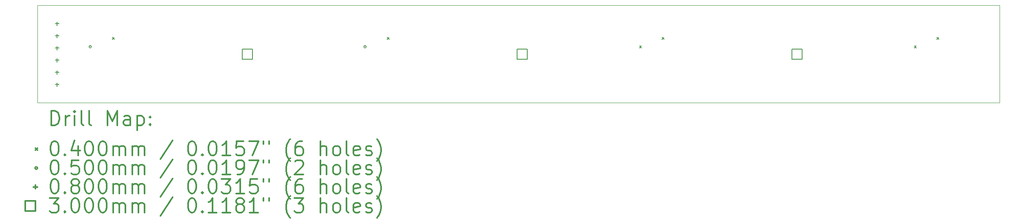
<source format=gbr>
%FSLAX45Y45*%
G04 Gerber Fmt 4.5, Leading zero omitted, Abs format (unit mm)*
G04 Created by KiCad (PCBNEW 5.1.10-88a1d61d58~88~ubuntu18.04.1) date 2021-09-30 10:21:13*
%MOMM*%
%LPD*%
G01*
G04 APERTURE LIST*
%TA.AperFunction,Profile*%
%ADD10C,0.100000*%
%TD*%
%ADD11C,0.200000*%
%ADD12C,0.300000*%
G04 APERTURE END LIST*
D10*
X22616200Y-5257800D02*
X22616200Y-7289800D01*
X2616200Y-5257800D02*
X22616200Y-5257800D01*
X2616200Y-7289800D02*
X2616200Y-5257800D01*
X22616200Y-7289800D02*
X2616200Y-7289800D01*
D11*
X4171000Y-5923600D02*
X4211000Y-5963600D01*
X4211000Y-5923600D02*
X4171000Y-5963600D01*
X9886000Y-5923600D02*
X9926000Y-5963600D01*
X9926000Y-5923600D02*
X9886000Y-5963600D01*
X15131100Y-6101400D02*
X15171100Y-6141400D01*
X15171100Y-6101400D02*
X15131100Y-6141400D01*
X15601000Y-5923600D02*
X15641000Y-5963600D01*
X15641000Y-5923600D02*
X15601000Y-5963600D01*
X20846100Y-6101400D02*
X20886100Y-6141400D01*
X20886100Y-6101400D02*
X20846100Y-6141400D01*
X21316000Y-5923600D02*
X21356000Y-5963600D01*
X21356000Y-5923600D02*
X21316000Y-5963600D01*
X3733400Y-6121400D02*
G75*
G03*
X3733400Y-6121400I-25000J0D01*
G01*
X9448400Y-6121400D02*
G75*
G03*
X9448400Y-6121400I-25000J0D01*
G01*
X3022600Y-5598800D02*
X3022600Y-5678800D01*
X2982600Y-5638800D02*
X3062600Y-5638800D01*
X3022600Y-5852800D02*
X3022600Y-5932800D01*
X2982600Y-5892800D02*
X3062600Y-5892800D01*
X3022600Y-6106800D02*
X3022600Y-6186800D01*
X2982600Y-6146800D02*
X3062600Y-6146800D01*
X3022600Y-6360800D02*
X3022600Y-6440800D01*
X2982600Y-6400800D02*
X3062600Y-6400800D01*
X3022600Y-6614800D02*
X3022600Y-6694800D01*
X2982600Y-6654800D02*
X3062600Y-6654800D01*
X3022600Y-6868800D02*
X3022600Y-6948800D01*
X2982600Y-6908800D02*
X3062600Y-6908800D01*
X7079367Y-6379867D02*
X7079367Y-6167733D01*
X6867233Y-6167733D01*
X6867233Y-6379867D01*
X7079367Y-6379867D01*
X12796367Y-6379867D02*
X12796367Y-6167733D01*
X12584233Y-6167733D01*
X12584233Y-6379867D01*
X12796367Y-6379867D01*
X18513367Y-6379867D02*
X18513367Y-6167733D01*
X18301233Y-6167733D01*
X18301233Y-6379867D01*
X18513367Y-6379867D01*
D12*
X2897628Y-7760514D02*
X2897628Y-7460514D01*
X2969057Y-7460514D01*
X3011914Y-7474800D01*
X3040486Y-7503371D01*
X3054771Y-7531943D01*
X3069057Y-7589086D01*
X3069057Y-7631943D01*
X3054771Y-7689086D01*
X3040486Y-7717657D01*
X3011914Y-7746229D01*
X2969057Y-7760514D01*
X2897628Y-7760514D01*
X3197628Y-7760514D02*
X3197628Y-7560514D01*
X3197628Y-7617657D02*
X3211914Y-7589086D01*
X3226200Y-7574800D01*
X3254771Y-7560514D01*
X3283343Y-7560514D01*
X3383343Y-7760514D02*
X3383343Y-7560514D01*
X3383343Y-7460514D02*
X3369057Y-7474800D01*
X3383343Y-7489086D01*
X3397628Y-7474800D01*
X3383343Y-7460514D01*
X3383343Y-7489086D01*
X3569057Y-7760514D02*
X3540486Y-7746229D01*
X3526200Y-7717657D01*
X3526200Y-7460514D01*
X3726200Y-7760514D02*
X3697628Y-7746229D01*
X3683343Y-7717657D01*
X3683343Y-7460514D01*
X4069057Y-7760514D02*
X4069057Y-7460514D01*
X4169057Y-7674800D01*
X4269057Y-7460514D01*
X4269057Y-7760514D01*
X4540486Y-7760514D02*
X4540486Y-7603371D01*
X4526200Y-7574800D01*
X4497628Y-7560514D01*
X4440486Y-7560514D01*
X4411914Y-7574800D01*
X4540486Y-7746229D02*
X4511914Y-7760514D01*
X4440486Y-7760514D01*
X4411914Y-7746229D01*
X4397628Y-7717657D01*
X4397628Y-7689086D01*
X4411914Y-7660514D01*
X4440486Y-7646229D01*
X4511914Y-7646229D01*
X4540486Y-7631943D01*
X4683343Y-7560514D02*
X4683343Y-7860514D01*
X4683343Y-7574800D02*
X4711914Y-7560514D01*
X4769057Y-7560514D01*
X4797628Y-7574800D01*
X4811914Y-7589086D01*
X4826200Y-7617657D01*
X4826200Y-7703371D01*
X4811914Y-7731943D01*
X4797628Y-7746229D01*
X4769057Y-7760514D01*
X4711914Y-7760514D01*
X4683343Y-7746229D01*
X4954771Y-7731943D02*
X4969057Y-7746229D01*
X4954771Y-7760514D01*
X4940486Y-7746229D01*
X4954771Y-7731943D01*
X4954771Y-7760514D01*
X4954771Y-7574800D02*
X4969057Y-7589086D01*
X4954771Y-7603371D01*
X4940486Y-7589086D01*
X4954771Y-7574800D01*
X4954771Y-7603371D01*
X2571200Y-8234800D02*
X2611200Y-8274800D01*
X2611200Y-8234800D02*
X2571200Y-8274800D01*
X2954771Y-8090514D02*
X2983343Y-8090514D01*
X3011914Y-8104800D01*
X3026200Y-8119086D01*
X3040486Y-8147657D01*
X3054771Y-8204800D01*
X3054771Y-8276229D01*
X3040486Y-8333371D01*
X3026200Y-8361943D01*
X3011914Y-8376229D01*
X2983343Y-8390514D01*
X2954771Y-8390514D01*
X2926200Y-8376229D01*
X2911914Y-8361943D01*
X2897628Y-8333371D01*
X2883343Y-8276229D01*
X2883343Y-8204800D01*
X2897628Y-8147657D01*
X2911914Y-8119086D01*
X2926200Y-8104800D01*
X2954771Y-8090514D01*
X3183343Y-8361943D02*
X3197628Y-8376229D01*
X3183343Y-8390514D01*
X3169057Y-8376229D01*
X3183343Y-8361943D01*
X3183343Y-8390514D01*
X3454771Y-8190514D02*
X3454771Y-8390514D01*
X3383343Y-8076229D02*
X3311914Y-8290514D01*
X3497628Y-8290514D01*
X3669057Y-8090514D02*
X3697628Y-8090514D01*
X3726200Y-8104800D01*
X3740486Y-8119086D01*
X3754771Y-8147657D01*
X3769057Y-8204800D01*
X3769057Y-8276229D01*
X3754771Y-8333371D01*
X3740486Y-8361943D01*
X3726200Y-8376229D01*
X3697628Y-8390514D01*
X3669057Y-8390514D01*
X3640486Y-8376229D01*
X3626200Y-8361943D01*
X3611914Y-8333371D01*
X3597628Y-8276229D01*
X3597628Y-8204800D01*
X3611914Y-8147657D01*
X3626200Y-8119086D01*
X3640486Y-8104800D01*
X3669057Y-8090514D01*
X3954771Y-8090514D02*
X3983343Y-8090514D01*
X4011914Y-8104800D01*
X4026200Y-8119086D01*
X4040486Y-8147657D01*
X4054771Y-8204800D01*
X4054771Y-8276229D01*
X4040486Y-8333371D01*
X4026200Y-8361943D01*
X4011914Y-8376229D01*
X3983343Y-8390514D01*
X3954771Y-8390514D01*
X3926200Y-8376229D01*
X3911914Y-8361943D01*
X3897628Y-8333371D01*
X3883343Y-8276229D01*
X3883343Y-8204800D01*
X3897628Y-8147657D01*
X3911914Y-8119086D01*
X3926200Y-8104800D01*
X3954771Y-8090514D01*
X4183343Y-8390514D02*
X4183343Y-8190514D01*
X4183343Y-8219086D02*
X4197628Y-8204800D01*
X4226200Y-8190514D01*
X4269057Y-8190514D01*
X4297628Y-8204800D01*
X4311914Y-8233371D01*
X4311914Y-8390514D01*
X4311914Y-8233371D02*
X4326200Y-8204800D01*
X4354771Y-8190514D01*
X4397628Y-8190514D01*
X4426200Y-8204800D01*
X4440486Y-8233371D01*
X4440486Y-8390514D01*
X4583343Y-8390514D02*
X4583343Y-8190514D01*
X4583343Y-8219086D02*
X4597628Y-8204800D01*
X4626200Y-8190514D01*
X4669057Y-8190514D01*
X4697628Y-8204800D01*
X4711914Y-8233371D01*
X4711914Y-8390514D01*
X4711914Y-8233371D02*
X4726200Y-8204800D01*
X4754771Y-8190514D01*
X4797628Y-8190514D01*
X4826200Y-8204800D01*
X4840486Y-8233371D01*
X4840486Y-8390514D01*
X5426200Y-8076229D02*
X5169057Y-8461943D01*
X5811914Y-8090514D02*
X5840486Y-8090514D01*
X5869057Y-8104800D01*
X5883343Y-8119086D01*
X5897628Y-8147657D01*
X5911914Y-8204800D01*
X5911914Y-8276229D01*
X5897628Y-8333371D01*
X5883343Y-8361943D01*
X5869057Y-8376229D01*
X5840486Y-8390514D01*
X5811914Y-8390514D01*
X5783343Y-8376229D01*
X5769057Y-8361943D01*
X5754771Y-8333371D01*
X5740486Y-8276229D01*
X5740486Y-8204800D01*
X5754771Y-8147657D01*
X5769057Y-8119086D01*
X5783343Y-8104800D01*
X5811914Y-8090514D01*
X6040486Y-8361943D02*
X6054771Y-8376229D01*
X6040486Y-8390514D01*
X6026200Y-8376229D01*
X6040486Y-8361943D01*
X6040486Y-8390514D01*
X6240486Y-8090514D02*
X6269057Y-8090514D01*
X6297628Y-8104800D01*
X6311914Y-8119086D01*
X6326200Y-8147657D01*
X6340486Y-8204800D01*
X6340486Y-8276229D01*
X6326200Y-8333371D01*
X6311914Y-8361943D01*
X6297628Y-8376229D01*
X6269057Y-8390514D01*
X6240486Y-8390514D01*
X6211914Y-8376229D01*
X6197628Y-8361943D01*
X6183343Y-8333371D01*
X6169057Y-8276229D01*
X6169057Y-8204800D01*
X6183343Y-8147657D01*
X6197628Y-8119086D01*
X6211914Y-8104800D01*
X6240486Y-8090514D01*
X6626200Y-8390514D02*
X6454771Y-8390514D01*
X6540486Y-8390514D02*
X6540486Y-8090514D01*
X6511914Y-8133371D01*
X6483343Y-8161943D01*
X6454771Y-8176229D01*
X6897628Y-8090514D02*
X6754771Y-8090514D01*
X6740486Y-8233371D01*
X6754771Y-8219086D01*
X6783343Y-8204800D01*
X6854771Y-8204800D01*
X6883343Y-8219086D01*
X6897628Y-8233371D01*
X6911914Y-8261943D01*
X6911914Y-8333371D01*
X6897628Y-8361943D01*
X6883343Y-8376229D01*
X6854771Y-8390514D01*
X6783343Y-8390514D01*
X6754771Y-8376229D01*
X6740486Y-8361943D01*
X7011914Y-8090514D02*
X7211914Y-8090514D01*
X7083343Y-8390514D01*
X7311914Y-8090514D02*
X7311914Y-8147657D01*
X7426200Y-8090514D02*
X7426200Y-8147657D01*
X7869057Y-8504800D02*
X7854771Y-8490514D01*
X7826200Y-8447657D01*
X7811914Y-8419086D01*
X7797628Y-8376229D01*
X7783343Y-8304800D01*
X7783343Y-8247657D01*
X7797628Y-8176229D01*
X7811914Y-8133371D01*
X7826200Y-8104800D01*
X7854771Y-8061943D01*
X7869057Y-8047657D01*
X8111914Y-8090514D02*
X8054771Y-8090514D01*
X8026200Y-8104800D01*
X8011914Y-8119086D01*
X7983343Y-8161943D01*
X7969057Y-8219086D01*
X7969057Y-8333371D01*
X7983343Y-8361943D01*
X7997628Y-8376229D01*
X8026200Y-8390514D01*
X8083343Y-8390514D01*
X8111914Y-8376229D01*
X8126200Y-8361943D01*
X8140486Y-8333371D01*
X8140486Y-8261943D01*
X8126200Y-8233371D01*
X8111914Y-8219086D01*
X8083343Y-8204800D01*
X8026200Y-8204800D01*
X7997628Y-8219086D01*
X7983343Y-8233371D01*
X7969057Y-8261943D01*
X8497628Y-8390514D02*
X8497628Y-8090514D01*
X8626200Y-8390514D02*
X8626200Y-8233371D01*
X8611914Y-8204800D01*
X8583343Y-8190514D01*
X8540486Y-8190514D01*
X8511914Y-8204800D01*
X8497628Y-8219086D01*
X8811914Y-8390514D02*
X8783343Y-8376229D01*
X8769057Y-8361943D01*
X8754771Y-8333371D01*
X8754771Y-8247657D01*
X8769057Y-8219086D01*
X8783343Y-8204800D01*
X8811914Y-8190514D01*
X8854771Y-8190514D01*
X8883343Y-8204800D01*
X8897628Y-8219086D01*
X8911914Y-8247657D01*
X8911914Y-8333371D01*
X8897628Y-8361943D01*
X8883343Y-8376229D01*
X8854771Y-8390514D01*
X8811914Y-8390514D01*
X9083343Y-8390514D02*
X9054771Y-8376229D01*
X9040486Y-8347657D01*
X9040486Y-8090514D01*
X9311914Y-8376229D02*
X9283343Y-8390514D01*
X9226200Y-8390514D01*
X9197628Y-8376229D01*
X9183343Y-8347657D01*
X9183343Y-8233371D01*
X9197628Y-8204800D01*
X9226200Y-8190514D01*
X9283343Y-8190514D01*
X9311914Y-8204800D01*
X9326200Y-8233371D01*
X9326200Y-8261943D01*
X9183343Y-8290514D01*
X9440486Y-8376229D02*
X9469057Y-8390514D01*
X9526200Y-8390514D01*
X9554771Y-8376229D01*
X9569057Y-8347657D01*
X9569057Y-8333371D01*
X9554771Y-8304800D01*
X9526200Y-8290514D01*
X9483343Y-8290514D01*
X9454771Y-8276229D01*
X9440486Y-8247657D01*
X9440486Y-8233371D01*
X9454771Y-8204800D01*
X9483343Y-8190514D01*
X9526200Y-8190514D01*
X9554771Y-8204800D01*
X9669057Y-8504800D02*
X9683343Y-8490514D01*
X9711914Y-8447657D01*
X9726200Y-8419086D01*
X9740486Y-8376229D01*
X9754771Y-8304800D01*
X9754771Y-8247657D01*
X9740486Y-8176229D01*
X9726200Y-8133371D01*
X9711914Y-8104800D01*
X9683343Y-8061943D01*
X9669057Y-8047657D01*
X2611200Y-8650800D02*
G75*
G03*
X2611200Y-8650800I-25000J0D01*
G01*
X2954771Y-8486514D02*
X2983343Y-8486514D01*
X3011914Y-8500800D01*
X3026200Y-8515086D01*
X3040486Y-8543657D01*
X3054771Y-8600800D01*
X3054771Y-8672229D01*
X3040486Y-8729372D01*
X3026200Y-8757943D01*
X3011914Y-8772229D01*
X2983343Y-8786514D01*
X2954771Y-8786514D01*
X2926200Y-8772229D01*
X2911914Y-8757943D01*
X2897628Y-8729372D01*
X2883343Y-8672229D01*
X2883343Y-8600800D01*
X2897628Y-8543657D01*
X2911914Y-8515086D01*
X2926200Y-8500800D01*
X2954771Y-8486514D01*
X3183343Y-8757943D02*
X3197628Y-8772229D01*
X3183343Y-8786514D01*
X3169057Y-8772229D01*
X3183343Y-8757943D01*
X3183343Y-8786514D01*
X3469057Y-8486514D02*
X3326200Y-8486514D01*
X3311914Y-8629372D01*
X3326200Y-8615086D01*
X3354771Y-8600800D01*
X3426200Y-8600800D01*
X3454771Y-8615086D01*
X3469057Y-8629372D01*
X3483343Y-8657943D01*
X3483343Y-8729372D01*
X3469057Y-8757943D01*
X3454771Y-8772229D01*
X3426200Y-8786514D01*
X3354771Y-8786514D01*
X3326200Y-8772229D01*
X3311914Y-8757943D01*
X3669057Y-8486514D02*
X3697628Y-8486514D01*
X3726200Y-8500800D01*
X3740486Y-8515086D01*
X3754771Y-8543657D01*
X3769057Y-8600800D01*
X3769057Y-8672229D01*
X3754771Y-8729372D01*
X3740486Y-8757943D01*
X3726200Y-8772229D01*
X3697628Y-8786514D01*
X3669057Y-8786514D01*
X3640486Y-8772229D01*
X3626200Y-8757943D01*
X3611914Y-8729372D01*
X3597628Y-8672229D01*
X3597628Y-8600800D01*
X3611914Y-8543657D01*
X3626200Y-8515086D01*
X3640486Y-8500800D01*
X3669057Y-8486514D01*
X3954771Y-8486514D02*
X3983343Y-8486514D01*
X4011914Y-8500800D01*
X4026200Y-8515086D01*
X4040486Y-8543657D01*
X4054771Y-8600800D01*
X4054771Y-8672229D01*
X4040486Y-8729372D01*
X4026200Y-8757943D01*
X4011914Y-8772229D01*
X3983343Y-8786514D01*
X3954771Y-8786514D01*
X3926200Y-8772229D01*
X3911914Y-8757943D01*
X3897628Y-8729372D01*
X3883343Y-8672229D01*
X3883343Y-8600800D01*
X3897628Y-8543657D01*
X3911914Y-8515086D01*
X3926200Y-8500800D01*
X3954771Y-8486514D01*
X4183343Y-8786514D02*
X4183343Y-8586514D01*
X4183343Y-8615086D02*
X4197628Y-8600800D01*
X4226200Y-8586514D01*
X4269057Y-8586514D01*
X4297628Y-8600800D01*
X4311914Y-8629372D01*
X4311914Y-8786514D01*
X4311914Y-8629372D02*
X4326200Y-8600800D01*
X4354771Y-8586514D01*
X4397628Y-8586514D01*
X4426200Y-8600800D01*
X4440486Y-8629372D01*
X4440486Y-8786514D01*
X4583343Y-8786514D02*
X4583343Y-8586514D01*
X4583343Y-8615086D02*
X4597628Y-8600800D01*
X4626200Y-8586514D01*
X4669057Y-8586514D01*
X4697628Y-8600800D01*
X4711914Y-8629372D01*
X4711914Y-8786514D01*
X4711914Y-8629372D02*
X4726200Y-8600800D01*
X4754771Y-8586514D01*
X4797628Y-8586514D01*
X4826200Y-8600800D01*
X4840486Y-8629372D01*
X4840486Y-8786514D01*
X5426200Y-8472229D02*
X5169057Y-8857943D01*
X5811914Y-8486514D02*
X5840486Y-8486514D01*
X5869057Y-8500800D01*
X5883343Y-8515086D01*
X5897628Y-8543657D01*
X5911914Y-8600800D01*
X5911914Y-8672229D01*
X5897628Y-8729372D01*
X5883343Y-8757943D01*
X5869057Y-8772229D01*
X5840486Y-8786514D01*
X5811914Y-8786514D01*
X5783343Y-8772229D01*
X5769057Y-8757943D01*
X5754771Y-8729372D01*
X5740486Y-8672229D01*
X5740486Y-8600800D01*
X5754771Y-8543657D01*
X5769057Y-8515086D01*
X5783343Y-8500800D01*
X5811914Y-8486514D01*
X6040486Y-8757943D02*
X6054771Y-8772229D01*
X6040486Y-8786514D01*
X6026200Y-8772229D01*
X6040486Y-8757943D01*
X6040486Y-8786514D01*
X6240486Y-8486514D02*
X6269057Y-8486514D01*
X6297628Y-8500800D01*
X6311914Y-8515086D01*
X6326200Y-8543657D01*
X6340486Y-8600800D01*
X6340486Y-8672229D01*
X6326200Y-8729372D01*
X6311914Y-8757943D01*
X6297628Y-8772229D01*
X6269057Y-8786514D01*
X6240486Y-8786514D01*
X6211914Y-8772229D01*
X6197628Y-8757943D01*
X6183343Y-8729372D01*
X6169057Y-8672229D01*
X6169057Y-8600800D01*
X6183343Y-8543657D01*
X6197628Y-8515086D01*
X6211914Y-8500800D01*
X6240486Y-8486514D01*
X6626200Y-8786514D02*
X6454771Y-8786514D01*
X6540486Y-8786514D02*
X6540486Y-8486514D01*
X6511914Y-8529372D01*
X6483343Y-8557943D01*
X6454771Y-8572229D01*
X6769057Y-8786514D02*
X6826200Y-8786514D01*
X6854771Y-8772229D01*
X6869057Y-8757943D01*
X6897628Y-8715086D01*
X6911914Y-8657943D01*
X6911914Y-8543657D01*
X6897628Y-8515086D01*
X6883343Y-8500800D01*
X6854771Y-8486514D01*
X6797628Y-8486514D01*
X6769057Y-8500800D01*
X6754771Y-8515086D01*
X6740486Y-8543657D01*
X6740486Y-8615086D01*
X6754771Y-8643657D01*
X6769057Y-8657943D01*
X6797628Y-8672229D01*
X6854771Y-8672229D01*
X6883343Y-8657943D01*
X6897628Y-8643657D01*
X6911914Y-8615086D01*
X7011914Y-8486514D02*
X7211914Y-8486514D01*
X7083343Y-8786514D01*
X7311914Y-8486514D02*
X7311914Y-8543657D01*
X7426200Y-8486514D02*
X7426200Y-8543657D01*
X7869057Y-8900800D02*
X7854771Y-8886514D01*
X7826200Y-8843657D01*
X7811914Y-8815086D01*
X7797628Y-8772229D01*
X7783343Y-8700800D01*
X7783343Y-8643657D01*
X7797628Y-8572229D01*
X7811914Y-8529372D01*
X7826200Y-8500800D01*
X7854771Y-8457943D01*
X7869057Y-8443657D01*
X7969057Y-8515086D02*
X7983343Y-8500800D01*
X8011914Y-8486514D01*
X8083343Y-8486514D01*
X8111914Y-8500800D01*
X8126200Y-8515086D01*
X8140486Y-8543657D01*
X8140486Y-8572229D01*
X8126200Y-8615086D01*
X7954771Y-8786514D01*
X8140486Y-8786514D01*
X8497628Y-8786514D02*
X8497628Y-8486514D01*
X8626200Y-8786514D02*
X8626200Y-8629372D01*
X8611914Y-8600800D01*
X8583343Y-8586514D01*
X8540486Y-8586514D01*
X8511914Y-8600800D01*
X8497628Y-8615086D01*
X8811914Y-8786514D02*
X8783343Y-8772229D01*
X8769057Y-8757943D01*
X8754771Y-8729372D01*
X8754771Y-8643657D01*
X8769057Y-8615086D01*
X8783343Y-8600800D01*
X8811914Y-8586514D01*
X8854771Y-8586514D01*
X8883343Y-8600800D01*
X8897628Y-8615086D01*
X8911914Y-8643657D01*
X8911914Y-8729372D01*
X8897628Y-8757943D01*
X8883343Y-8772229D01*
X8854771Y-8786514D01*
X8811914Y-8786514D01*
X9083343Y-8786514D02*
X9054771Y-8772229D01*
X9040486Y-8743657D01*
X9040486Y-8486514D01*
X9311914Y-8772229D02*
X9283343Y-8786514D01*
X9226200Y-8786514D01*
X9197628Y-8772229D01*
X9183343Y-8743657D01*
X9183343Y-8629372D01*
X9197628Y-8600800D01*
X9226200Y-8586514D01*
X9283343Y-8586514D01*
X9311914Y-8600800D01*
X9326200Y-8629372D01*
X9326200Y-8657943D01*
X9183343Y-8686514D01*
X9440486Y-8772229D02*
X9469057Y-8786514D01*
X9526200Y-8786514D01*
X9554771Y-8772229D01*
X9569057Y-8743657D01*
X9569057Y-8729372D01*
X9554771Y-8700800D01*
X9526200Y-8686514D01*
X9483343Y-8686514D01*
X9454771Y-8672229D01*
X9440486Y-8643657D01*
X9440486Y-8629372D01*
X9454771Y-8600800D01*
X9483343Y-8586514D01*
X9526200Y-8586514D01*
X9554771Y-8600800D01*
X9669057Y-8900800D02*
X9683343Y-8886514D01*
X9711914Y-8843657D01*
X9726200Y-8815086D01*
X9740486Y-8772229D01*
X9754771Y-8700800D01*
X9754771Y-8643657D01*
X9740486Y-8572229D01*
X9726200Y-8529372D01*
X9711914Y-8500800D01*
X9683343Y-8457943D01*
X9669057Y-8443657D01*
X2571200Y-9006800D02*
X2571200Y-9086800D01*
X2531200Y-9046800D02*
X2611200Y-9046800D01*
X2954771Y-8882514D02*
X2983343Y-8882514D01*
X3011914Y-8896800D01*
X3026200Y-8911086D01*
X3040486Y-8939657D01*
X3054771Y-8996800D01*
X3054771Y-9068229D01*
X3040486Y-9125372D01*
X3026200Y-9153943D01*
X3011914Y-9168229D01*
X2983343Y-9182514D01*
X2954771Y-9182514D01*
X2926200Y-9168229D01*
X2911914Y-9153943D01*
X2897628Y-9125372D01*
X2883343Y-9068229D01*
X2883343Y-8996800D01*
X2897628Y-8939657D01*
X2911914Y-8911086D01*
X2926200Y-8896800D01*
X2954771Y-8882514D01*
X3183343Y-9153943D02*
X3197628Y-9168229D01*
X3183343Y-9182514D01*
X3169057Y-9168229D01*
X3183343Y-9153943D01*
X3183343Y-9182514D01*
X3369057Y-9011086D02*
X3340486Y-8996800D01*
X3326200Y-8982514D01*
X3311914Y-8953943D01*
X3311914Y-8939657D01*
X3326200Y-8911086D01*
X3340486Y-8896800D01*
X3369057Y-8882514D01*
X3426200Y-8882514D01*
X3454771Y-8896800D01*
X3469057Y-8911086D01*
X3483343Y-8939657D01*
X3483343Y-8953943D01*
X3469057Y-8982514D01*
X3454771Y-8996800D01*
X3426200Y-9011086D01*
X3369057Y-9011086D01*
X3340486Y-9025372D01*
X3326200Y-9039657D01*
X3311914Y-9068229D01*
X3311914Y-9125372D01*
X3326200Y-9153943D01*
X3340486Y-9168229D01*
X3369057Y-9182514D01*
X3426200Y-9182514D01*
X3454771Y-9168229D01*
X3469057Y-9153943D01*
X3483343Y-9125372D01*
X3483343Y-9068229D01*
X3469057Y-9039657D01*
X3454771Y-9025372D01*
X3426200Y-9011086D01*
X3669057Y-8882514D02*
X3697628Y-8882514D01*
X3726200Y-8896800D01*
X3740486Y-8911086D01*
X3754771Y-8939657D01*
X3769057Y-8996800D01*
X3769057Y-9068229D01*
X3754771Y-9125372D01*
X3740486Y-9153943D01*
X3726200Y-9168229D01*
X3697628Y-9182514D01*
X3669057Y-9182514D01*
X3640486Y-9168229D01*
X3626200Y-9153943D01*
X3611914Y-9125372D01*
X3597628Y-9068229D01*
X3597628Y-8996800D01*
X3611914Y-8939657D01*
X3626200Y-8911086D01*
X3640486Y-8896800D01*
X3669057Y-8882514D01*
X3954771Y-8882514D02*
X3983343Y-8882514D01*
X4011914Y-8896800D01*
X4026200Y-8911086D01*
X4040486Y-8939657D01*
X4054771Y-8996800D01*
X4054771Y-9068229D01*
X4040486Y-9125372D01*
X4026200Y-9153943D01*
X4011914Y-9168229D01*
X3983343Y-9182514D01*
X3954771Y-9182514D01*
X3926200Y-9168229D01*
X3911914Y-9153943D01*
X3897628Y-9125372D01*
X3883343Y-9068229D01*
X3883343Y-8996800D01*
X3897628Y-8939657D01*
X3911914Y-8911086D01*
X3926200Y-8896800D01*
X3954771Y-8882514D01*
X4183343Y-9182514D02*
X4183343Y-8982514D01*
X4183343Y-9011086D02*
X4197628Y-8996800D01*
X4226200Y-8982514D01*
X4269057Y-8982514D01*
X4297628Y-8996800D01*
X4311914Y-9025372D01*
X4311914Y-9182514D01*
X4311914Y-9025372D02*
X4326200Y-8996800D01*
X4354771Y-8982514D01*
X4397628Y-8982514D01*
X4426200Y-8996800D01*
X4440486Y-9025372D01*
X4440486Y-9182514D01*
X4583343Y-9182514D02*
X4583343Y-8982514D01*
X4583343Y-9011086D02*
X4597628Y-8996800D01*
X4626200Y-8982514D01*
X4669057Y-8982514D01*
X4697628Y-8996800D01*
X4711914Y-9025372D01*
X4711914Y-9182514D01*
X4711914Y-9025372D02*
X4726200Y-8996800D01*
X4754771Y-8982514D01*
X4797628Y-8982514D01*
X4826200Y-8996800D01*
X4840486Y-9025372D01*
X4840486Y-9182514D01*
X5426200Y-8868229D02*
X5169057Y-9253943D01*
X5811914Y-8882514D02*
X5840486Y-8882514D01*
X5869057Y-8896800D01*
X5883343Y-8911086D01*
X5897628Y-8939657D01*
X5911914Y-8996800D01*
X5911914Y-9068229D01*
X5897628Y-9125372D01*
X5883343Y-9153943D01*
X5869057Y-9168229D01*
X5840486Y-9182514D01*
X5811914Y-9182514D01*
X5783343Y-9168229D01*
X5769057Y-9153943D01*
X5754771Y-9125372D01*
X5740486Y-9068229D01*
X5740486Y-8996800D01*
X5754771Y-8939657D01*
X5769057Y-8911086D01*
X5783343Y-8896800D01*
X5811914Y-8882514D01*
X6040486Y-9153943D02*
X6054771Y-9168229D01*
X6040486Y-9182514D01*
X6026200Y-9168229D01*
X6040486Y-9153943D01*
X6040486Y-9182514D01*
X6240486Y-8882514D02*
X6269057Y-8882514D01*
X6297628Y-8896800D01*
X6311914Y-8911086D01*
X6326200Y-8939657D01*
X6340486Y-8996800D01*
X6340486Y-9068229D01*
X6326200Y-9125372D01*
X6311914Y-9153943D01*
X6297628Y-9168229D01*
X6269057Y-9182514D01*
X6240486Y-9182514D01*
X6211914Y-9168229D01*
X6197628Y-9153943D01*
X6183343Y-9125372D01*
X6169057Y-9068229D01*
X6169057Y-8996800D01*
X6183343Y-8939657D01*
X6197628Y-8911086D01*
X6211914Y-8896800D01*
X6240486Y-8882514D01*
X6440486Y-8882514D02*
X6626200Y-8882514D01*
X6526200Y-8996800D01*
X6569057Y-8996800D01*
X6597628Y-9011086D01*
X6611914Y-9025372D01*
X6626200Y-9053943D01*
X6626200Y-9125372D01*
X6611914Y-9153943D01*
X6597628Y-9168229D01*
X6569057Y-9182514D01*
X6483343Y-9182514D01*
X6454771Y-9168229D01*
X6440486Y-9153943D01*
X6911914Y-9182514D02*
X6740486Y-9182514D01*
X6826200Y-9182514D02*
X6826200Y-8882514D01*
X6797628Y-8925372D01*
X6769057Y-8953943D01*
X6740486Y-8968229D01*
X7183343Y-8882514D02*
X7040486Y-8882514D01*
X7026200Y-9025372D01*
X7040486Y-9011086D01*
X7069057Y-8996800D01*
X7140486Y-8996800D01*
X7169057Y-9011086D01*
X7183343Y-9025372D01*
X7197628Y-9053943D01*
X7197628Y-9125372D01*
X7183343Y-9153943D01*
X7169057Y-9168229D01*
X7140486Y-9182514D01*
X7069057Y-9182514D01*
X7040486Y-9168229D01*
X7026200Y-9153943D01*
X7311914Y-8882514D02*
X7311914Y-8939657D01*
X7426200Y-8882514D02*
X7426200Y-8939657D01*
X7869057Y-9296800D02*
X7854771Y-9282514D01*
X7826200Y-9239657D01*
X7811914Y-9211086D01*
X7797628Y-9168229D01*
X7783343Y-9096800D01*
X7783343Y-9039657D01*
X7797628Y-8968229D01*
X7811914Y-8925372D01*
X7826200Y-8896800D01*
X7854771Y-8853943D01*
X7869057Y-8839657D01*
X8111914Y-8882514D02*
X8054771Y-8882514D01*
X8026200Y-8896800D01*
X8011914Y-8911086D01*
X7983343Y-8953943D01*
X7969057Y-9011086D01*
X7969057Y-9125372D01*
X7983343Y-9153943D01*
X7997628Y-9168229D01*
X8026200Y-9182514D01*
X8083343Y-9182514D01*
X8111914Y-9168229D01*
X8126200Y-9153943D01*
X8140486Y-9125372D01*
X8140486Y-9053943D01*
X8126200Y-9025372D01*
X8111914Y-9011086D01*
X8083343Y-8996800D01*
X8026200Y-8996800D01*
X7997628Y-9011086D01*
X7983343Y-9025372D01*
X7969057Y-9053943D01*
X8497628Y-9182514D02*
X8497628Y-8882514D01*
X8626200Y-9182514D02*
X8626200Y-9025372D01*
X8611914Y-8996800D01*
X8583343Y-8982514D01*
X8540486Y-8982514D01*
X8511914Y-8996800D01*
X8497628Y-9011086D01*
X8811914Y-9182514D02*
X8783343Y-9168229D01*
X8769057Y-9153943D01*
X8754771Y-9125372D01*
X8754771Y-9039657D01*
X8769057Y-9011086D01*
X8783343Y-8996800D01*
X8811914Y-8982514D01*
X8854771Y-8982514D01*
X8883343Y-8996800D01*
X8897628Y-9011086D01*
X8911914Y-9039657D01*
X8911914Y-9125372D01*
X8897628Y-9153943D01*
X8883343Y-9168229D01*
X8854771Y-9182514D01*
X8811914Y-9182514D01*
X9083343Y-9182514D02*
X9054771Y-9168229D01*
X9040486Y-9139657D01*
X9040486Y-8882514D01*
X9311914Y-9168229D02*
X9283343Y-9182514D01*
X9226200Y-9182514D01*
X9197628Y-9168229D01*
X9183343Y-9139657D01*
X9183343Y-9025372D01*
X9197628Y-8996800D01*
X9226200Y-8982514D01*
X9283343Y-8982514D01*
X9311914Y-8996800D01*
X9326200Y-9025372D01*
X9326200Y-9053943D01*
X9183343Y-9082514D01*
X9440486Y-9168229D02*
X9469057Y-9182514D01*
X9526200Y-9182514D01*
X9554771Y-9168229D01*
X9569057Y-9139657D01*
X9569057Y-9125372D01*
X9554771Y-9096800D01*
X9526200Y-9082514D01*
X9483343Y-9082514D01*
X9454771Y-9068229D01*
X9440486Y-9039657D01*
X9440486Y-9025372D01*
X9454771Y-8996800D01*
X9483343Y-8982514D01*
X9526200Y-8982514D01*
X9554771Y-8996800D01*
X9669057Y-9296800D02*
X9683343Y-9282514D01*
X9711914Y-9239657D01*
X9726200Y-9211086D01*
X9740486Y-9168229D01*
X9754771Y-9096800D01*
X9754771Y-9039657D01*
X9740486Y-8968229D01*
X9726200Y-8925372D01*
X9711914Y-8896800D01*
X9683343Y-8853943D01*
X9669057Y-8839657D01*
X2567267Y-9548867D02*
X2567267Y-9336733D01*
X2355133Y-9336733D01*
X2355133Y-9548867D01*
X2567267Y-9548867D01*
X2869057Y-9278514D02*
X3054771Y-9278514D01*
X2954771Y-9392800D01*
X2997628Y-9392800D01*
X3026200Y-9407086D01*
X3040486Y-9421372D01*
X3054771Y-9449943D01*
X3054771Y-9521372D01*
X3040486Y-9549943D01*
X3026200Y-9564229D01*
X2997628Y-9578514D01*
X2911914Y-9578514D01*
X2883343Y-9564229D01*
X2869057Y-9549943D01*
X3183343Y-9549943D02*
X3197628Y-9564229D01*
X3183343Y-9578514D01*
X3169057Y-9564229D01*
X3183343Y-9549943D01*
X3183343Y-9578514D01*
X3383343Y-9278514D02*
X3411914Y-9278514D01*
X3440486Y-9292800D01*
X3454771Y-9307086D01*
X3469057Y-9335657D01*
X3483343Y-9392800D01*
X3483343Y-9464229D01*
X3469057Y-9521372D01*
X3454771Y-9549943D01*
X3440486Y-9564229D01*
X3411914Y-9578514D01*
X3383343Y-9578514D01*
X3354771Y-9564229D01*
X3340486Y-9549943D01*
X3326200Y-9521372D01*
X3311914Y-9464229D01*
X3311914Y-9392800D01*
X3326200Y-9335657D01*
X3340486Y-9307086D01*
X3354771Y-9292800D01*
X3383343Y-9278514D01*
X3669057Y-9278514D02*
X3697628Y-9278514D01*
X3726200Y-9292800D01*
X3740486Y-9307086D01*
X3754771Y-9335657D01*
X3769057Y-9392800D01*
X3769057Y-9464229D01*
X3754771Y-9521372D01*
X3740486Y-9549943D01*
X3726200Y-9564229D01*
X3697628Y-9578514D01*
X3669057Y-9578514D01*
X3640486Y-9564229D01*
X3626200Y-9549943D01*
X3611914Y-9521372D01*
X3597628Y-9464229D01*
X3597628Y-9392800D01*
X3611914Y-9335657D01*
X3626200Y-9307086D01*
X3640486Y-9292800D01*
X3669057Y-9278514D01*
X3954771Y-9278514D02*
X3983343Y-9278514D01*
X4011914Y-9292800D01*
X4026200Y-9307086D01*
X4040486Y-9335657D01*
X4054771Y-9392800D01*
X4054771Y-9464229D01*
X4040486Y-9521372D01*
X4026200Y-9549943D01*
X4011914Y-9564229D01*
X3983343Y-9578514D01*
X3954771Y-9578514D01*
X3926200Y-9564229D01*
X3911914Y-9549943D01*
X3897628Y-9521372D01*
X3883343Y-9464229D01*
X3883343Y-9392800D01*
X3897628Y-9335657D01*
X3911914Y-9307086D01*
X3926200Y-9292800D01*
X3954771Y-9278514D01*
X4183343Y-9578514D02*
X4183343Y-9378514D01*
X4183343Y-9407086D02*
X4197628Y-9392800D01*
X4226200Y-9378514D01*
X4269057Y-9378514D01*
X4297628Y-9392800D01*
X4311914Y-9421372D01*
X4311914Y-9578514D01*
X4311914Y-9421372D02*
X4326200Y-9392800D01*
X4354771Y-9378514D01*
X4397628Y-9378514D01*
X4426200Y-9392800D01*
X4440486Y-9421372D01*
X4440486Y-9578514D01*
X4583343Y-9578514D02*
X4583343Y-9378514D01*
X4583343Y-9407086D02*
X4597628Y-9392800D01*
X4626200Y-9378514D01*
X4669057Y-9378514D01*
X4697628Y-9392800D01*
X4711914Y-9421372D01*
X4711914Y-9578514D01*
X4711914Y-9421372D02*
X4726200Y-9392800D01*
X4754771Y-9378514D01*
X4797628Y-9378514D01*
X4826200Y-9392800D01*
X4840486Y-9421372D01*
X4840486Y-9578514D01*
X5426200Y-9264229D02*
X5169057Y-9649943D01*
X5811914Y-9278514D02*
X5840486Y-9278514D01*
X5869057Y-9292800D01*
X5883343Y-9307086D01*
X5897628Y-9335657D01*
X5911914Y-9392800D01*
X5911914Y-9464229D01*
X5897628Y-9521372D01*
X5883343Y-9549943D01*
X5869057Y-9564229D01*
X5840486Y-9578514D01*
X5811914Y-9578514D01*
X5783343Y-9564229D01*
X5769057Y-9549943D01*
X5754771Y-9521372D01*
X5740486Y-9464229D01*
X5740486Y-9392800D01*
X5754771Y-9335657D01*
X5769057Y-9307086D01*
X5783343Y-9292800D01*
X5811914Y-9278514D01*
X6040486Y-9549943D02*
X6054771Y-9564229D01*
X6040486Y-9578514D01*
X6026200Y-9564229D01*
X6040486Y-9549943D01*
X6040486Y-9578514D01*
X6340486Y-9578514D02*
X6169057Y-9578514D01*
X6254771Y-9578514D02*
X6254771Y-9278514D01*
X6226200Y-9321372D01*
X6197628Y-9349943D01*
X6169057Y-9364229D01*
X6626200Y-9578514D02*
X6454771Y-9578514D01*
X6540486Y-9578514D02*
X6540486Y-9278514D01*
X6511914Y-9321372D01*
X6483343Y-9349943D01*
X6454771Y-9364229D01*
X6797628Y-9407086D02*
X6769057Y-9392800D01*
X6754771Y-9378514D01*
X6740486Y-9349943D01*
X6740486Y-9335657D01*
X6754771Y-9307086D01*
X6769057Y-9292800D01*
X6797628Y-9278514D01*
X6854771Y-9278514D01*
X6883343Y-9292800D01*
X6897628Y-9307086D01*
X6911914Y-9335657D01*
X6911914Y-9349943D01*
X6897628Y-9378514D01*
X6883343Y-9392800D01*
X6854771Y-9407086D01*
X6797628Y-9407086D01*
X6769057Y-9421372D01*
X6754771Y-9435657D01*
X6740486Y-9464229D01*
X6740486Y-9521372D01*
X6754771Y-9549943D01*
X6769057Y-9564229D01*
X6797628Y-9578514D01*
X6854771Y-9578514D01*
X6883343Y-9564229D01*
X6897628Y-9549943D01*
X6911914Y-9521372D01*
X6911914Y-9464229D01*
X6897628Y-9435657D01*
X6883343Y-9421372D01*
X6854771Y-9407086D01*
X7197628Y-9578514D02*
X7026200Y-9578514D01*
X7111914Y-9578514D02*
X7111914Y-9278514D01*
X7083343Y-9321372D01*
X7054771Y-9349943D01*
X7026200Y-9364229D01*
X7311914Y-9278514D02*
X7311914Y-9335657D01*
X7426200Y-9278514D02*
X7426200Y-9335657D01*
X7869057Y-9692800D02*
X7854771Y-9678514D01*
X7826200Y-9635657D01*
X7811914Y-9607086D01*
X7797628Y-9564229D01*
X7783343Y-9492800D01*
X7783343Y-9435657D01*
X7797628Y-9364229D01*
X7811914Y-9321372D01*
X7826200Y-9292800D01*
X7854771Y-9249943D01*
X7869057Y-9235657D01*
X7954771Y-9278514D02*
X8140486Y-9278514D01*
X8040486Y-9392800D01*
X8083343Y-9392800D01*
X8111914Y-9407086D01*
X8126200Y-9421372D01*
X8140486Y-9449943D01*
X8140486Y-9521372D01*
X8126200Y-9549943D01*
X8111914Y-9564229D01*
X8083343Y-9578514D01*
X7997628Y-9578514D01*
X7969057Y-9564229D01*
X7954771Y-9549943D01*
X8497628Y-9578514D02*
X8497628Y-9278514D01*
X8626200Y-9578514D02*
X8626200Y-9421372D01*
X8611914Y-9392800D01*
X8583343Y-9378514D01*
X8540486Y-9378514D01*
X8511914Y-9392800D01*
X8497628Y-9407086D01*
X8811914Y-9578514D02*
X8783343Y-9564229D01*
X8769057Y-9549943D01*
X8754771Y-9521372D01*
X8754771Y-9435657D01*
X8769057Y-9407086D01*
X8783343Y-9392800D01*
X8811914Y-9378514D01*
X8854771Y-9378514D01*
X8883343Y-9392800D01*
X8897628Y-9407086D01*
X8911914Y-9435657D01*
X8911914Y-9521372D01*
X8897628Y-9549943D01*
X8883343Y-9564229D01*
X8854771Y-9578514D01*
X8811914Y-9578514D01*
X9083343Y-9578514D02*
X9054771Y-9564229D01*
X9040486Y-9535657D01*
X9040486Y-9278514D01*
X9311914Y-9564229D02*
X9283343Y-9578514D01*
X9226200Y-9578514D01*
X9197628Y-9564229D01*
X9183343Y-9535657D01*
X9183343Y-9421372D01*
X9197628Y-9392800D01*
X9226200Y-9378514D01*
X9283343Y-9378514D01*
X9311914Y-9392800D01*
X9326200Y-9421372D01*
X9326200Y-9449943D01*
X9183343Y-9478514D01*
X9440486Y-9564229D02*
X9469057Y-9578514D01*
X9526200Y-9578514D01*
X9554771Y-9564229D01*
X9569057Y-9535657D01*
X9569057Y-9521372D01*
X9554771Y-9492800D01*
X9526200Y-9478514D01*
X9483343Y-9478514D01*
X9454771Y-9464229D01*
X9440486Y-9435657D01*
X9440486Y-9421372D01*
X9454771Y-9392800D01*
X9483343Y-9378514D01*
X9526200Y-9378514D01*
X9554771Y-9392800D01*
X9669057Y-9692800D02*
X9683343Y-9678514D01*
X9711914Y-9635657D01*
X9726200Y-9607086D01*
X9740486Y-9564229D01*
X9754771Y-9492800D01*
X9754771Y-9435657D01*
X9740486Y-9364229D01*
X9726200Y-9321372D01*
X9711914Y-9292800D01*
X9683343Y-9249943D01*
X9669057Y-9235657D01*
M02*

</source>
